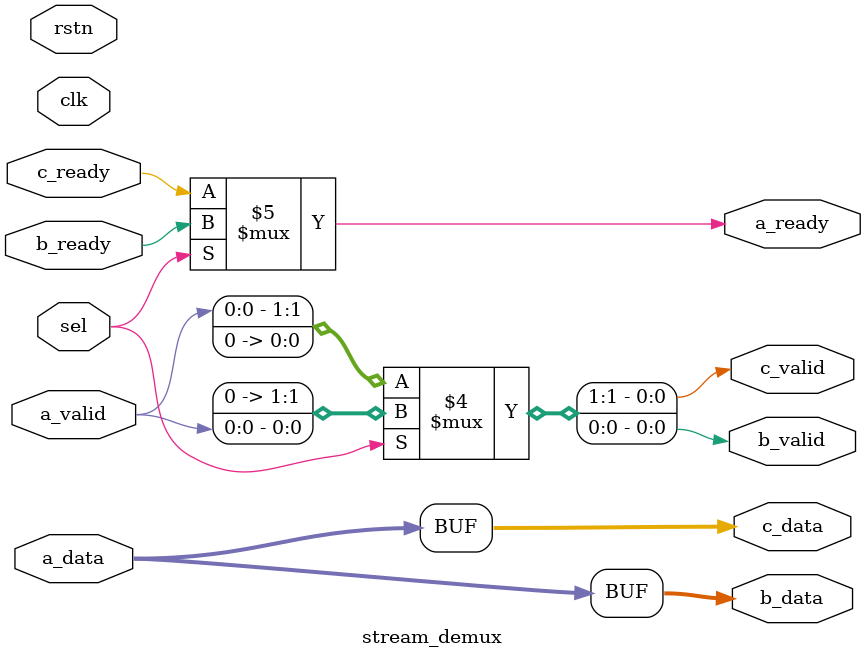
<source format=v>
module stream_demux #(
    parameter DATA_WD = 32
)(
    input  clk,
    input  rstn,
    input                   sel,

    input [DATA_WD-1:0]     a_data,
    input                   a_valid,
    output                  a_ready,

    output [DATA_WD-1:0]    b_data,
    output                  b_valid,
    input                   b_ready,

    output [DATA_WD-1:0]    c_data,
    output                  c_valid,
    input                   c_ready
);
wire  a_fire,b_fire,c_fire;
assign a_fire = a_valid && a_ready;
assign b_fire = b_valid && b_ready;
assign c_fire = c_valid && c_ready;

assign b_data = a_data;
assign c_data = a_data;
assign {c_valid,b_valid} = sel ? {1'b0,a_valid} : {a_valid,1'b0};
assign a_ready = sel ? b_ready : c_ready;

endmodule //stream_demux
</source>
